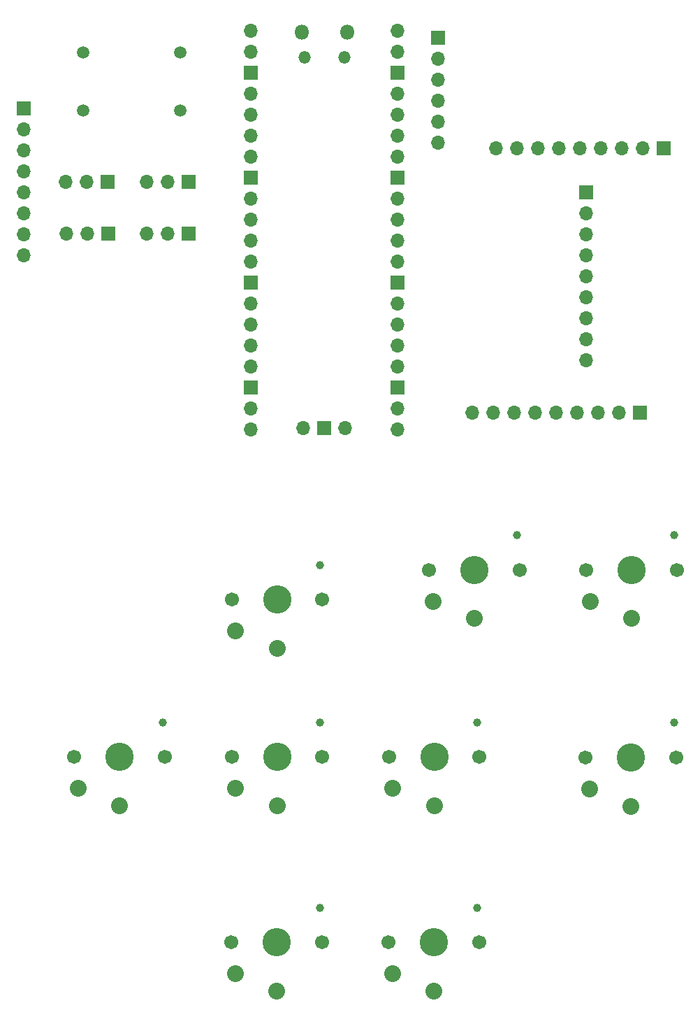
<source format=gbr>
%TF.GenerationSoftware,KiCad,Pcbnew,(6.0.7)*%
%TF.CreationDate,2024-01-18T22:54:25+09:00*%
%TF.ProjectId,pico_tracker,7069636f-5f74-4726-9163-6b65722e6b69,rev?*%
%TF.SameCoordinates,Original*%
%TF.FileFunction,Soldermask,Top*%
%TF.FilePolarity,Negative*%
%FSLAX46Y46*%
G04 Gerber Fmt 4.6, Leading zero omitted, Abs format (unit mm)*
G04 Created by KiCad (PCBNEW (6.0.7)) date 2024-01-18 22:54:25*
%MOMM*%
%LPD*%
G01*
G04 APERTURE LIST*
%ADD10R,1.700000X1.700000*%
%ADD11O,1.700000X1.700000*%
%ADD12C,3.429000*%
%ADD13C,0.990600*%
%ADD14C,1.701800*%
%ADD15C,2.032000*%
%ADD16O,1.800000X1.800000*%
%ADD17O,1.500000X1.500000*%
%ADD18C,1.500000*%
G04 APERTURE END LIST*
D10*
%TO.C,J6*%
X115775000Y-54600000D03*
D11*
X113235000Y-54600000D03*
X110695000Y-54600000D03*
%TD*%
D10*
%TO.C,J5*%
X115750000Y-48350000D03*
D11*
X113210000Y-48350000D03*
X110670000Y-48350000D03*
%TD*%
D10*
%TO.C,J4*%
X125525000Y-54600000D03*
D11*
X122985000Y-54600000D03*
X120445000Y-54600000D03*
%TD*%
D10*
%TO.C,J3*%
X125525000Y-48350000D03*
D11*
X122985000Y-48350000D03*
X120445000Y-48350000D03*
%TD*%
%TO.C,U3*%
X155750000Y-43600000D03*
X155750000Y-41060000D03*
X155750000Y-38520000D03*
X155750000Y-35980000D03*
X155750000Y-33440000D03*
D10*
X155750000Y-30900000D03*
%TD*%
%TO.C,J8*%
X173750000Y-49600000D03*
D11*
X173750000Y-52140000D03*
X173750000Y-54680000D03*
X173750000Y-57220000D03*
X173750000Y-59760000D03*
X173750000Y-62300000D03*
X173750000Y-64840000D03*
X173750000Y-67380000D03*
X173750000Y-69920000D03*
%TD*%
D10*
%TO.C,J10*%
X180250000Y-76250000D03*
D11*
X177710000Y-76250000D03*
X175170000Y-76250000D03*
X172630000Y-76250000D03*
X170090000Y-76250000D03*
X167550000Y-76250000D03*
X165010000Y-76250000D03*
X162470000Y-76250000D03*
X159930000Y-76250000D03*
%TD*%
D12*
%TO.C,SW3*%
X155300000Y-117950000D03*
D13*
X160520000Y-113750000D03*
D14*
X149800000Y-117950000D03*
X160800000Y-117950000D03*
D15*
X155300000Y-123850000D03*
X150300000Y-121750000D03*
%TD*%
D13*
%TO.C,SW2*%
X141470000Y-113750000D03*
D14*
X141750000Y-117950000D03*
X130750000Y-117950000D03*
D12*
X136250000Y-117950000D03*
D15*
X136250000Y-123850000D03*
X131250000Y-121750000D03*
%TD*%
D13*
%TO.C,SW1*%
X122370000Y-113750000D03*
D14*
X122650000Y-117950000D03*
X111650000Y-117950000D03*
D12*
X117150000Y-117950000D03*
D15*
X117150000Y-123850000D03*
X112150000Y-121750000D03*
%TD*%
D12*
%TO.C,SW5*%
X155250000Y-140400000D03*
D14*
X149750000Y-140400000D03*
X160750000Y-140400000D03*
D13*
X160470000Y-136200000D03*
D15*
X155250000Y-146300000D03*
X150250000Y-144200000D03*
%TD*%
D14*
%TO.C,SW7*%
X184700000Y-95300000D03*
D12*
X179200000Y-95300000D03*
D13*
X184420000Y-91100000D03*
D14*
X173700000Y-95300000D03*
D15*
X179200000Y-101200000D03*
X174200000Y-99100000D03*
%TD*%
D13*
%TO.C,SW8*%
X141420000Y-136200000D03*
D14*
X141700000Y-140400000D03*
D12*
X136200000Y-140400000D03*
D14*
X130700000Y-140400000D03*
D15*
X136200000Y-146300000D03*
X131200000Y-144200000D03*
%TD*%
D13*
%TO.C,SW9*%
X184370000Y-113800000D03*
D12*
X179150000Y-118000000D03*
D14*
X184650000Y-118000000D03*
X173650000Y-118000000D03*
D15*
X179150000Y-123900000D03*
X174150000Y-121800000D03*
%TD*%
D10*
%TO.C,J7*%
X105550000Y-39450000D03*
D11*
X105550000Y-41990000D03*
X105550000Y-44530000D03*
X105550000Y-47070000D03*
X105550000Y-49610000D03*
X105550000Y-52150000D03*
X105550000Y-54690000D03*
X105550000Y-57230000D03*
%TD*%
D14*
%TO.C,SW4*%
X130750000Y-98900000D03*
D13*
X141470000Y-94700000D03*
D14*
X141750000Y-98900000D03*
D12*
X136250000Y-98900000D03*
D15*
X136250000Y-104800000D03*
X131250000Y-102700000D03*
%TD*%
D14*
%TO.C,SW6*%
X165650000Y-95300000D03*
D12*
X160150000Y-95300000D03*
D13*
X165370000Y-91100000D03*
D14*
X154650000Y-95300000D03*
D15*
X160150000Y-101200000D03*
X155150000Y-99100000D03*
%TD*%
D11*
%TO.C,REF1*%
X162830000Y-44250000D03*
X165370000Y-44250000D03*
X167910000Y-44250000D03*
X170450000Y-44250000D03*
X172990000Y-44250000D03*
X175530000Y-44250000D03*
X178070000Y-44250000D03*
X180610000Y-44250000D03*
D10*
X183150000Y-44250000D03*
%TD*%
D11*
%TO.C,U1*%
X139460000Y-78100000D03*
D10*
X142000000Y-78100000D03*
D11*
X144540000Y-78100000D03*
X133110000Y-30070000D03*
X133110000Y-32610000D03*
D10*
X133110000Y-35150000D03*
D11*
X133110000Y-37690000D03*
X133110000Y-40230000D03*
X133110000Y-42770000D03*
X133110000Y-45310000D03*
D10*
X133110000Y-47850000D03*
D11*
X133110000Y-50390000D03*
X133110000Y-52930000D03*
X133110000Y-55470000D03*
X133110000Y-58010000D03*
D10*
X133110000Y-60550000D03*
D11*
X133110000Y-63090000D03*
X133110000Y-65630000D03*
X133110000Y-68170000D03*
X133110000Y-70710000D03*
D10*
X133110000Y-73250000D03*
D11*
X133110000Y-75790000D03*
X133110000Y-78330000D03*
X150890000Y-78330000D03*
X150890000Y-75790000D03*
D10*
X150890000Y-73250000D03*
D11*
X150890000Y-70710000D03*
X150890000Y-68170000D03*
X150890000Y-65630000D03*
X150890000Y-63090000D03*
D10*
X150890000Y-60550000D03*
D11*
X150890000Y-58010000D03*
X150890000Y-55470000D03*
X150890000Y-52930000D03*
X150890000Y-50390000D03*
D10*
X150890000Y-47850000D03*
D11*
X150890000Y-45310000D03*
X150890000Y-42770000D03*
X150890000Y-40230000D03*
X150890000Y-37690000D03*
D10*
X150890000Y-35150000D03*
D11*
X150890000Y-32610000D03*
X150890000Y-30070000D03*
D16*
X144725000Y-30200000D03*
D17*
X144425000Y-33230000D03*
X139575000Y-33230000D03*
D16*
X139275000Y-30200000D03*
%TD*%
D18*
%TO.C,J1*%
X112750000Y-32700000D03*
X112750000Y-39700000D03*
%TD*%
%TO.C,J2*%
X124500000Y-32700000D03*
X124500000Y-39700000D03*
%TD*%
M02*

</source>
